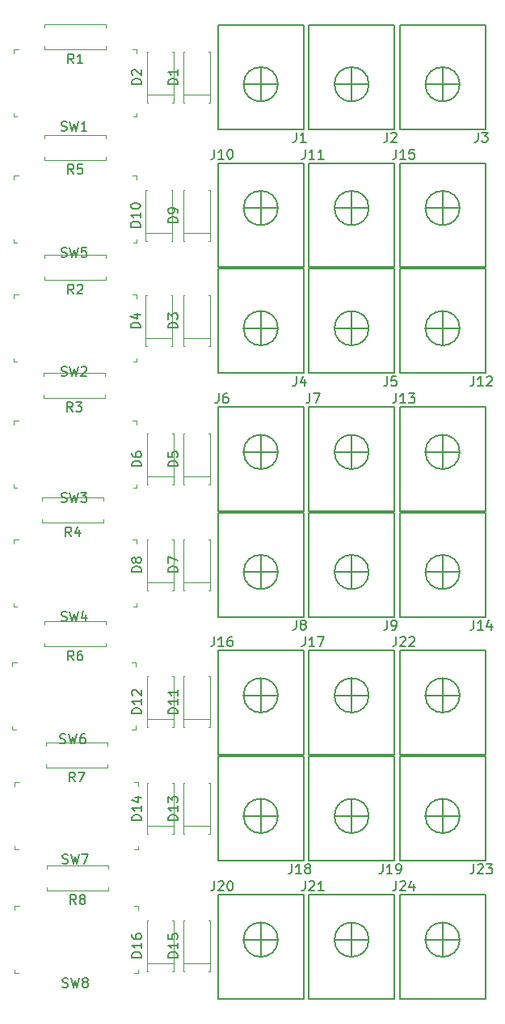
<source format=gbr>
%TF.GenerationSoftware,KiCad,Pcbnew,(5.1.6-0)*%
%TF.CreationDate,2023-01-04T15:53:52-05:00*%
%TF.ProjectId,AB MUTE,4142204d-5554-4452-9e6b-696361645f70,rev?*%
%TF.SameCoordinates,Original*%
%TF.FileFunction,Legend,Top*%
%TF.FilePolarity,Positive*%
%FSLAX46Y46*%
G04 Gerber Fmt 4.6, Leading zero omitted, Abs format (unit mm)*
G04 Created by KiCad (PCBNEW (5.1.6-0)) date 2023-01-04 15:53:52*
%MOMM*%
%LPD*%
G01*
G04 APERTURE LIST*
%ADD10C,0.100000*%
%ADD11C,0.120000*%
%ADD12C,0.150000*%
G04 APERTURE END LIST*
D10*
%TO.C,SW8*%
X136552000Y-131160000D02*
X136552000Y-130810000D01*
X136927000Y-131160000D02*
X136552000Y-131160000D01*
X149452000Y-131160000D02*
X149052000Y-131160000D01*
X149452000Y-131160000D02*
X149452000Y-130785000D01*
X149452000Y-124110000D02*
X149452000Y-124535000D01*
X149452000Y-124110000D02*
X149002000Y-124110000D01*
X136577000Y-124110000D02*
X137027000Y-124110000D01*
X136552000Y-124110000D02*
X136552000Y-124535000D01*
%TO.C,SW7*%
X136552000Y-118206000D02*
X136552000Y-117856000D01*
X136927000Y-118206000D02*
X136552000Y-118206000D01*
X149452000Y-118206000D02*
X149052000Y-118206000D01*
X149452000Y-118206000D02*
X149452000Y-117831000D01*
X149452000Y-111156000D02*
X149452000Y-111581000D01*
X149452000Y-111156000D02*
X149002000Y-111156000D01*
X136577000Y-111156000D02*
X137027000Y-111156000D01*
X136552000Y-111156000D02*
X136552000Y-111581000D01*
%TO.C,SW6*%
X136298000Y-105633000D02*
X136298000Y-105283000D01*
X136673000Y-105633000D02*
X136298000Y-105633000D01*
X149198000Y-105633000D02*
X148798000Y-105633000D01*
X149198000Y-105633000D02*
X149198000Y-105258000D01*
X149198000Y-98583000D02*
X149198000Y-99008000D01*
X149198000Y-98583000D02*
X148748000Y-98583000D01*
X136323000Y-98583000D02*
X136773000Y-98583000D01*
X136298000Y-98583000D02*
X136298000Y-99008000D01*
%TO.C,SW5*%
X136425000Y-54706000D02*
X136425000Y-54356000D01*
X136800000Y-54706000D02*
X136425000Y-54706000D01*
X149325000Y-54706000D02*
X148925000Y-54706000D01*
X149325000Y-54706000D02*
X149325000Y-54331000D01*
X149325000Y-47656000D02*
X149325000Y-48081000D01*
X149325000Y-47656000D02*
X148875000Y-47656000D01*
X136450000Y-47656000D02*
X136900000Y-47656000D01*
X136425000Y-47656000D02*
X136425000Y-48081000D01*
%TO.C,SW4*%
X136425000Y-92806000D02*
X136425000Y-92456000D01*
X136800000Y-92806000D02*
X136425000Y-92806000D01*
X149325000Y-92806000D02*
X148925000Y-92806000D01*
X149325000Y-92806000D02*
X149325000Y-92431000D01*
X149325000Y-85756000D02*
X149325000Y-86181000D01*
X149325000Y-85756000D02*
X148875000Y-85756000D01*
X136450000Y-85756000D02*
X136900000Y-85756000D01*
X136425000Y-85756000D02*
X136425000Y-86181000D01*
%TO.C,SW3*%
X136425000Y-80360000D02*
X136425000Y-80010000D01*
X136800000Y-80360000D02*
X136425000Y-80360000D01*
X149325000Y-80360000D02*
X148925000Y-80360000D01*
X149325000Y-80360000D02*
X149325000Y-79985000D01*
X149325000Y-73310000D02*
X149325000Y-73735000D01*
X149325000Y-73310000D02*
X148875000Y-73310000D01*
X136450000Y-73310000D02*
X136900000Y-73310000D01*
X136425000Y-73310000D02*
X136425000Y-73735000D01*
%TO.C,SW2*%
X136425000Y-67152000D02*
X136425000Y-66802000D01*
X136800000Y-67152000D02*
X136425000Y-67152000D01*
X149325000Y-67152000D02*
X148925000Y-67152000D01*
X149325000Y-67152000D02*
X149325000Y-66777000D01*
X149325000Y-60102000D02*
X149325000Y-60527000D01*
X149325000Y-60102000D02*
X148875000Y-60102000D01*
X136450000Y-60102000D02*
X136900000Y-60102000D01*
X136425000Y-60102000D02*
X136425000Y-60527000D01*
%TO.C,SW1*%
X136425000Y-41498000D02*
X136425000Y-41148000D01*
X136800000Y-41498000D02*
X136425000Y-41498000D01*
X149325000Y-41498000D02*
X148925000Y-41498000D01*
X149325000Y-41498000D02*
X149325000Y-41123000D01*
X149325000Y-34448000D02*
X149325000Y-34873000D01*
X149325000Y-34448000D02*
X148875000Y-34448000D01*
X136450000Y-34448000D02*
X136900000Y-34448000D01*
X136425000Y-34448000D02*
X136425000Y-34873000D01*
D11*
%TO.C,R8*%
X146339000Y-122138000D02*
X146339000Y-122468000D01*
X146339000Y-122468000D02*
X139919000Y-122468000D01*
X139919000Y-122468000D02*
X139919000Y-122138000D01*
X146339000Y-120178000D02*
X146339000Y-119848000D01*
X146339000Y-119848000D02*
X139919000Y-119848000D01*
X139919000Y-119848000D02*
X139919000Y-120178000D01*
%TO.C,R7*%
X146212000Y-109311000D02*
X146212000Y-109641000D01*
X146212000Y-109641000D02*
X139792000Y-109641000D01*
X139792000Y-109641000D02*
X139792000Y-109311000D01*
X146212000Y-107351000D02*
X146212000Y-107021000D01*
X146212000Y-107021000D02*
X139792000Y-107021000D01*
X139792000Y-107021000D02*
X139792000Y-107351000D01*
%TO.C,R6*%
X146085000Y-96611000D02*
X146085000Y-96941000D01*
X146085000Y-96941000D02*
X139665000Y-96941000D01*
X139665000Y-96941000D02*
X139665000Y-96611000D01*
X146085000Y-94651000D02*
X146085000Y-94321000D01*
X146085000Y-94321000D02*
X139665000Y-94321000D01*
X139665000Y-94321000D02*
X139665000Y-94651000D01*
%TO.C,R5*%
X146085000Y-45684000D02*
X146085000Y-46014000D01*
X146085000Y-46014000D02*
X139665000Y-46014000D01*
X139665000Y-46014000D02*
X139665000Y-45684000D01*
X146085000Y-43724000D02*
X146085000Y-43394000D01*
X146085000Y-43394000D02*
X139665000Y-43394000D01*
X139665000Y-43394000D02*
X139665000Y-43724000D01*
%TO.C,R4*%
X145831000Y-83657000D02*
X145831000Y-83987000D01*
X145831000Y-83987000D02*
X139411000Y-83987000D01*
X139411000Y-83987000D02*
X139411000Y-83657000D01*
X145831000Y-81697000D02*
X145831000Y-81367000D01*
X145831000Y-81367000D02*
X139411000Y-81367000D01*
X139411000Y-81367000D02*
X139411000Y-81697000D01*
%TO.C,R3*%
X145958000Y-70576000D02*
X145958000Y-70906000D01*
X145958000Y-70906000D02*
X139538000Y-70906000D01*
X139538000Y-70906000D02*
X139538000Y-70576000D01*
X145958000Y-68616000D02*
X145958000Y-68286000D01*
X145958000Y-68286000D02*
X139538000Y-68286000D01*
X139538000Y-68286000D02*
X139538000Y-68616000D01*
%TO.C,R2*%
X146085000Y-58257000D02*
X146085000Y-58587000D01*
X146085000Y-58587000D02*
X139665000Y-58587000D01*
X139665000Y-58587000D02*
X139665000Y-58257000D01*
X146085000Y-56297000D02*
X146085000Y-55967000D01*
X146085000Y-55967000D02*
X139665000Y-55967000D01*
X139665000Y-55967000D02*
X139665000Y-56297000D01*
%TO.C,R1*%
X146085000Y-34127000D02*
X146085000Y-34457000D01*
X146085000Y-34457000D02*
X139665000Y-34457000D01*
X139665000Y-34457000D02*
X139665000Y-34127000D01*
X146085000Y-32167000D02*
X146085000Y-31837000D01*
X146085000Y-31837000D02*
X139665000Y-31837000D01*
X139665000Y-31837000D02*
X139665000Y-32167000D01*
D12*
%TO.C,J24*%
X185856000Y-133835000D02*
X176856000Y-133835000D01*
X185856000Y-122935000D02*
X176856000Y-122935000D01*
X185856000Y-133835000D02*
X185856000Y-122935000D01*
X176856000Y-133835000D02*
X176856000Y-122935000D01*
X183156000Y-127635000D02*
G75*
G03*
X183156000Y-127635000I-1800000J0D01*
G01*
X181356000Y-129435000D02*
X181356000Y-125835000D01*
X183156000Y-127635000D02*
X179556000Y-127635000D01*
%TO.C,J23*%
X176856000Y-108481000D02*
X185856000Y-108481000D01*
X176856000Y-119381000D02*
X185856000Y-119381000D01*
X176856000Y-108481000D02*
X176856000Y-119381000D01*
X185856000Y-108481000D02*
X185856000Y-119381000D01*
X183156000Y-114681000D02*
G75*
G03*
X183156000Y-114681000I-1800000J0D01*
G01*
X181356000Y-112881000D02*
X181356000Y-116481000D01*
X179556000Y-114681000D02*
X183156000Y-114681000D01*
%TO.C,J22*%
X185856000Y-108259000D02*
X176856000Y-108259000D01*
X185856000Y-97359000D02*
X176856000Y-97359000D01*
X185856000Y-108259000D02*
X185856000Y-97359000D01*
X176856000Y-108259000D02*
X176856000Y-97359000D01*
X183156000Y-102059000D02*
G75*
G03*
X183156000Y-102059000I-1800000J0D01*
G01*
X181356000Y-103859000D02*
X181356000Y-100259000D01*
X183156000Y-102059000D02*
X179556000Y-102059000D01*
%TO.C,J21*%
X176331000Y-133835000D02*
X167331000Y-133835000D01*
X176331000Y-122935000D02*
X167331000Y-122935000D01*
X176331000Y-133835000D02*
X176331000Y-122935000D01*
X167331000Y-133835000D02*
X167331000Y-122935000D01*
X173631000Y-127635000D02*
G75*
G03*
X173631000Y-127635000I-1800000J0D01*
G01*
X171831000Y-129435000D02*
X171831000Y-125835000D01*
X173631000Y-127635000D02*
X170031000Y-127635000D01*
%TO.C,J20*%
X166806000Y-133835000D02*
X157806000Y-133835000D01*
X166806000Y-122935000D02*
X157806000Y-122935000D01*
X166806000Y-133835000D02*
X166806000Y-122935000D01*
X157806000Y-133835000D02*
X157806000Y-122935000D01*
X164106000Y-127635000D02*
G75*
G03*
X164106000Y-127635000I-1800000J0D01*
G01*
X162306000Y-129435000D02*
X162306000Y-125835000D01*
X164106000Y-127635000D02*
X160506000Y-127635000D01*
%TO.C,J19*%
X167331000Y-108481000D02*
X176331000Y-108481000D01*
X167331000Y-119381000D02*
X176331000Y-119381000D01*
X167331000Y-108481000D02*
X167331000Y-119381000D01*
X176331000Y-108481000D02*
X176331000Y-119381000D01*
X173631000Y-114681000D02*
G75*
G03*
X173631000Y-114681000I-1800000J0D01*
G01*
X171831000Y-112881000D02*
X171831000Y-116481000D01*
X170031000Y-114681000D02*
X173631000Y-114681000D01*
%TO.C,J18*%
X157806000Y-108481000D02*
X166806000Y-108481000D01*
X157806000Y-119381000D02*
X166806000Y-119381000D01*
X157806000Y-108481000D02*
X157806000Y-119381000D01*
X166806000Y-108481000D02*
X166806000Y-119381000D01*
X164106000Y-114681000D02*
G75*
G03*
X164106000Y-114681000I-1800000J0D01*
G01*
X162306000Y-112881000D02*
X162306000Y-116481000D01*
X160506000Y-114681000D02*
X164106000Y-114681000D01*
%TO.C,J17*%
X176331000Y-108259000D02*
X167331000Y-108259000D01*
X176331000Y-97359000D02*
X167331000Y-97359000D01*
X176331000Y-108259000D02*
X176331000Y-97359000D01*
X167331000Y-108259000D02*
X167331000Y-97359000D01*
X173631000Y-102059000D02*
G75*
G03*
X173631000Y-102059000I-1800000J0D01*
G01*
X171831000Y-103859000D02*
X171831000Y-100259000D01*
X173631000Y-102059000D02*
X170031000Y-102059000D01*
%TO.C,J16*%
X166806000Y-108259000D02*
X157806000Y-108259000D01*
X166806000Y-97359000D02*
X157806000Y-97359000D01*
X166806000Y-108259000D02*
X166806000Y-97359000D01*
X157806000Y-108259000D02*
X157806000Y-97359000D01*
X164106000Y-102059000D02*
G75*
G03*
X164106000Y-102059000I-1800000J0D01*
G01*
X162306000Y-103859000D02*
X162306000Y-100259000D01*
X164106000Y-102059000D02*
X160506000Y-102059000D01*
%TO.C,J15*%
X185856000Y-57254000D02*
X176856000Y-57254000D01*
X185856000Y-46354000D02*
X176856000Y-46354000D01*
X185856000Y-57254000D02*
X185856000Y-46354000D01*
X176856000Y-57254000D02*
X176856000Y-46354000D01*
X183156000Y-51054000D02*
G75*
G03*
X183156000Y-51054000I-1800000J0D01*
G01*
X181356000Y-52854000D02*
X181356000Y-49254000D01*
X183156000Y-51054000D02*
X179556000Y-51054000D01*
%TO.C,J14*%
X176856000Y-82954000D02*
X185856000Y-82954000D01*
X176856000Y-93854000D02*
X185856000Y-93854000D01*
X176856000Y-82954000D02*
X176856000Y-93854000D01*
X185856000Y-82954000D02*
X185856000Y-93854000D01*
X183156000Y-89154000D02*
G75*
G03*
X183156000Y-89154000I-1800000J0D01*
G01*
X181356000Y-87354000D02*
X181356000Y-90954000D01*
X179556000Y-89154000D02*
X183156000Y-89154000D01*
%TO.C,J13*%
X185856000Y-82781000D02*
X176856000Y-82781000D01*
X185856000Y-71881000D02*
X176856000Y-71881000D01*
X185856000Y-82781000D02*
X185856000Y-71881000D01*
X176856000Y-82781000D02*
X176856000Y-71881000D01*
X183156000Y-76581000D02*
G75*
G03*
X183156000Y-76581000I-1800000J0D01*
G01*
X181356000Y-78381000D02*
X181356000Y-74781000D01*
X183156000Y-76581000D02*
X179556000Y-76581000D01*
%TO.C,J12*%
X176856000Y-57427000D02*
X185856000Y-57427000D01*
X176856000Y-68327000D02*
X185856000Y-68327000D01*
X176856000Y-57427000D02*
X176856000Y-68327000D01*
X185856000Y-57427000D02*
X185856000Y-68327000D01*
X183156000Y-63627000D02*
G75*
G03*
X183156000Y-63627000I-1800000J0D01*
G01*
X181356000Y-61827000D02*
X181356000Y-65427000D01*
X179556000Y-63627000D02*
X183156000Y-63627000D01*
%TO.C,J11*%
X176331000Y-57254000D02*
X167331000Y-57254000D01*
X176331000Y-46354000D02*
X167331000Y-46354000D01*
X176331000Y-57254000D02*
X176331000Y-46354000D01*
X167331000Y-57254000D02*
X167331000Y-46354000D01*
X173631000Y-51054000D02*
G75*
G03*
X173631000Y-51054000I-1800000J0D01*
G01*
X171831000Y-52854000D02*
X171831000Y-49254000D01*
X173631000Y-51054000D02*
X170031000Y-51054000D01*
%TO.C,J10*%
X166806000Y-57254000D02*
X157806000Y-57254000D01*
X166806000Y-46354000D02*
X157806000Y-46354000D01*
X166806000Y-57254000D02*
X166806000Y-46354000D01*
X157806000Y-57254000D02*
X157806000Y-46354000D01*
X164106000Y-51054000D02*
G75*
G03*
X164106000Y-51054000I-1800000J0D01*
G01*
X162306000Y-52854000D02*
X162306000Y-49254000D01*
X164106000Y-51054000D02*
X160506000Y-51054000D01*
%TO.C,J9*%
X167331000Y-82954000D02*
X176331000Y-82954000D01*
X167331000Y-93854000D02*
X176331000Y-93854000D01*
X167331000Y-82954000D02*
X167331000Y-93854000D01*
X176331000Y-82954000D02*
X176331000Y-93854000D01*
X173631000Y-89154000D02*
G75*
G03*
X173631000Y-89154000I-1800000J0D01*
G01*
X171831000Y-87354000D02*
X171831000Y-90954000D01*
X170031000Y-89154000D02*
X173631000Y-89154000D01*
%TO.C,J8*%
X157806000Y-82954000D02*
X166806000Y-82954000D01*
X157806000Y-93854000D02*
X166806000Y-93854000D01*
X157806000Y-82954000D02*
X157806000Y-93854000D01*
X166806000Y-82954000D02*
X166806000Y-93854000D01*
X164106000Y-89154000D02*
G75*
G03*
X164106000Y-89154000I-1800000J0D01*
G01*
X162306000Y-87354000D02*
X162306000Y-90954000D01*
X160506000Y-89154000D02*
X164106000Y-89154000D01*
%TO.C,J7*%
X176331000Y-82781000D02*
X167331000Y-82781000D01*
X176331000Y-71881000D02*
X167331000Y-71881000D01*
X176331000Y-82781000D02*
X176331000Y-71881000D01*
X167331000Y-82781000D02*
X167331000Y-71881000D01*
X173631000Y-76581000D02*
G75*
G03*
X173631000Y-76581000I-1800000J0D01*
G01*
X171831000Y-78381000D02*
X171831000Y-74781000D01*
X173631000Y-76581000D02*
X170031000Y-76581000D01*
%TO.C,J6*%
X166806000Y-82781000D02*
X157806000Y-82781000D01*
X166806000Y-71881000D02*
X157806000Y-71881000D01*
X166806000Y-82781000D02*
X166806000Y-71881000D01*
X157806000Y-82781000D02*
X157806000Y-71881000D01*
X164106000Y-76581000D02*
G75*
G03*
X164106000Y-76581000I-1800000J0D01*
G01*
X162306000Y-78381000D02*
X162306000Y-74781000D01*
X164106000Y-76581000D02*
X160506000Y-76581000D01*
%TO.C,J5*%
X167331000Y-57427000D02*
X176331000Y-57427000D01*
X167331000Y-68327000D02*
X176331000Y-68327000D01*
X167331000Y-57427000D02*
X167331000Y-68327000D01*
X176331000Y-57427000D02*
X176331000Y-68327000D01*
X173631000Y-63627000D02*
G75*
G03*
X173631000Y-63627000I-1800000J0D01*
G01*
X171831000Y-61827000D02*
X171831000Y-65427000D01*
X170031000Y-63627000D02*
X173631000Y-63627000D01*
%TO.C,J4*%
X157806000Y-57427000D02*
X166806000Y-57427000D01*
X157806000Y-68327000D02*
X166806000Y-68327000D01*
X157806000Y-57427000D02*
X157806000Y-68327000D01*
X166806000Y-57427000D02*
X166806000Y-68327000D01*
X164106000Y-63627000D02*
G75*
G03*
X164106000Y-63627000I-1800000J0D01*
G01*
X162306000Y-61827000D02*
X162306000Y-65427000D01*
X160506000Y-63627000D02*
X164106000Y-63627000D01*
%TO.C,J3*%
X176856000Y-31900000D02*
X185856000Y-31900000D01*
X176856000Y-42800000D02*
X185856000Y-42800000D01*
X176856000Y-31900000D02*
X176856000Y-42800000D01*
X185856000Y-31900000D02*
X185856000Y-42800000D01*
X183156000Y-38100000D02*
G75*
G03*
X183156000Y-38100000I-1800000J0D01*
G01*
X181356000Y-36300000D02*
X181356000Y-39900000D01*
X179556000Y-38100000D02*
X183156000Y-38100000D01*
%TO.C,J2*%
X167331000Y-31900000D02*
X176331000Y-31900000D01*
X167331000Y-42800000D02*
X176331000Y-42800000D01*
X167331000Y-31900000D02*
X167331000Y-42800000D01*
X176331000Y-31900000D02*
X176331000Y-42800000D01*
X173631000Y-38100000D02*
G75*
G03*
X173631000Y-38100000I-1800000J0D01*
G01*
X171831000Y-36300000D02*
X171831000Y-39900000D01*
X170031000Y-38100000D02*
X173631000Y-38100000D01*
%TO.C,J1*%
X157806000Y-31900000D02*
X166806000Y-31900000D01*
X157806000Y-42800000D02*
X166806000Y-42800000D01*
X157806000Y-31900000D02*
X157806000Y-42800000D01*
X166806000Y-31900000D02*
X166806000Y-42800000D01*
X164106000Y-38100000D02*
G75*
G03*
X164106000Y-38100000I-1800000J0D01*
G01*
X162306000Y-36300000D02*
X162306000Y-39900000D01*
X160506000Y-38100000D02*
X164106000Y-38100000D01*
D11*
%TO.C,D16*%
X150485000Y-130930000D02*
X150355000Y-130930000D01*
X150355000Y-130930000D02*
X150355000Y-125610000D01*
X150355000Y-125610000D02*
X150485000Y-125610000D01*
X153045000Y-130930000D02*
X153175000Y-130930000D01*
X153175000Y-130930000D02*
X153175000Y-125610000D01*
X153175000Y-125610000D02*
X153045000Y-125610000D01*
X150355000Y-130090000D02*
X153175000Y-130090000D01*
%TO.C,D15*%
X154295000Y-130930000D02*
X154165000Y-130930000D01*
X154165000Y-130930000D02*
X154165000Y-125610000D01*
X154165000Y-125610000D02*
X154295000Y-125610000D01*
X156855000Y-130930000D02*
X156985000Y-130930000D01*
X156985000Y-130930000D02*
X156985000Y-125610000D01*
X156985000Y-125610000D02*
X156855000Y-125610000D01*
X154165000Y-130090000D02*
X156985000Y-130090000D01*
%TO.C,D14*%
X150485000Y-116579000D02*
X150355000Y-116579000D01*
X150355000Y-116579000D02*
X150355000Y-111259000D01*
X150355000Y-111259000D02*
X150485000Y-111259000D01*
X153045000Y-116579000D02*
X153175000Y-116579000D01*
X153175000Y-116579000D02*
X153175000Y-111259000D01*
X153175000Y-111259000D02*
X153045000Y-111259000D01*
X150355000Y-115739000D02*
X153175000Y-115739000D01*
%TO.C,D13*%
X154295000Y-116579000D02*
X154165000Y-116579000D01*
X154165000Y-116579000D02*
X154165000Y-111259000D01*
X154165000Y-111259000D02*
X154295000Y-111259000D01*
X156855000Y-116579000D02*
X156985000Y-116579000D01*
X156985000Y-116579000D02*
X156985000Y-111259000D01*
X156985000Y-111259000D02*
X156855000Y-111259000D01*
X154165000Y-115739000D02*
X156985000Y-115739000D01*
%TO.C,D12*%
X150485000Y-105403000D02*
X150355000Y-105403000D01*
X150355000Y-105403000D02*
X150355000Y-100083000D01*
X150355000Y-100083000D02*
X150485000Y-100083000D01*
X153045000Y-105403000D02*
X153175000Y-105403000D01*
X153175000Y-105403000D02*
X153175000Y-100083000D01*
X153175000Y-100083000D02*
X153045000Y-100083000D01*
X150355000Y-104563000D02*
X153175000Y-104563000D01*
%TO.C,D11*%
X154295000Y-105403000D02*
X154165000Y-105403000D01*
X154165000Y-105403000D02*
X154165000Y-100083000D01*
X154165000Y-100083000D02*
X154295000Y-100083000D01*
X156855000Y-105403000D02*
X156985000Y-105403000D01*
X156985000Y-105403000D02*
X156985000Y-100083000D01*
X156985000Y-100083000D02*
X156855000Y-100083000D01*
X154165000Y-104563000D02*
X156985000Y-104563000D01*
%TO.C,D10*%
X150358000Y-54476000D02*
X150228000Y-54476000D01*
X150228000Y-54476000D02*
X150228000Y-49156000D01*
X150228000Y-49156000D02*
X150358000Y-49156000D01*
X152918000Y-54476000D02*
X153048000Y-54476000D01*
X153048000Y-54476000D02*
X153048000Y-49156000D01*
X153048000Y-49156000D02*
X152918000Y-49156000D01*
X150228000Y-53636000D02*
X153048000Y-53636000D01*
%TO.C,D9*%
X154295000Y-54476000D02*
X154165000Y-54476000D01*
X154165000Y-54476000D02*
X154165000Y-49156000D01*
X154165000Y-49156000D02*
X154295000Y-49156000D01*
X156855000Y-54476000D02*
X156985000Y-54476000D01*
X156985000Y-54476000D02*
X156985000Y-49156000D01*
X156985000Y-49156000D02*
X156855000Y-49156000D01*
X154165000Y-53636000D02*
X156985000Y-53636000D01*
%TO.C,D8*%
X150485000Y-91052000D02*
X150355000Y-91052000D01*
X150355000Y-91052000D02*
X150355000Y-85732000D01*
X150355000Y-85732000D02*
X150485000Y-85732000D01*
X153045000Y-91052000D02*
X153175000Y-91052000D01*
X153175000Y-91052000D02*
X153175000Y-85732000D01*
X153175000Y-85732000D02*
X153045000Y-85732000D01*
X150355000Y-90212000D02*
X153175000Y-90212000D01*
%TO.C,D7*%
X154295000Y-91052000D02*
X154165000Y-91052000D01*
X154165000Y-91052000D02*
X154165000Y-85732000D01*
X154165000Y-85732000D02*
X154295000Y-85732000D01*
X156855000Y-91052000D02*
X156985000Y-91052000D01*
X156985000Y-91052000D02*
X156985000Y-85732000D01*
X156985000Y-85732000D02*
X156855000Y-85732000D01*
X154165000Y-90212000D02*
X156985000Y-90212000D01*
%TO.C,D6*%
X150485000Y-80003000D02*
X150355000Y-80003000D01*
X150355000Y-80003000D02*
X150355000Y-74683000D01*
X150355000Y-74683000D02*
X150485000Y-74683000D01*
X153045000Y-80003000D02*
X153175000Y-80003000D01*
X153175000Y-80003000D02*
X153175000Y-74683000D01*
X153175000Y-74683000D02*
X153045000Y-74683000D01*
X150355000Y-79163000D02*
X153175000Y-79163000D01*
%TO.C,D5*%
X154295000Y-80003000D02*
X154165000Y-80003000D01*
X154165000Y-80003000D02*
X154165000Y-74683000D01*
X154165000Y-74683000D02*
X154295000Y-74683000D01*
X156855000Y-80003000D02*
X156985000Y-80003000D01*
X156985000Y-80003000D02*
X156985000Y-74683000D01*
X156985000Y-74683000D02*
X156855000Y-74683000D01*
X154165000Y-79163000D02*
X156985000Y-79163000D01*
%TO.C,D4*%
X150358000Y-65525000D02*
X150228000Y-65525000D01*
X150228000Y-65525000D02*
X150228000Y-60205000D01*
X150228000Y-60205000D02*
X150358000Y-60205000D01*
X152918000Y-65525000D02*
X153048000Y-65525000D01*
X153048000Y-65525000D02*
X153048000Y-60205000D01*
X153048000Y-60205000D02*
X152918000Y-60205000D01*
X150228000Y-64685000D02*
X153048000Y-64685000D01*
%TO.C,D3*%
X154295000Y-65525000D02*
X154165000Y-65525000D01*
X154165000Y-65525000D02*
X154165000Y-60205000D01*
X154165000Y-60205000D02*
X154295000Y-60205000D01*
X156855000Y-65525000D02*
X156985000Y-65525000D01*
X156985000Y-65525000D02*
X156985000Y-60205000D01*
X156985000Y-60205000D02*
X156855000Y-60205000D01*
X154165000Y-64685000D02*
X156985000Y-64685000D01*
%TO.C,D2*%
X150485000Y-39998000D02*
X150355000Y-39998000D01*
X150355000Y-39998000D02*
X150355000Y-34678000D01*
X150355000Y-34678000D02*
X150485000Y-34678000D01*
X153045000Y-39998000D02*
X153175000Y-39998000D01*
X153175000Y-39998000D02*
X153175000Y-34678000D01*
X153175000Y-34678000D02*
X153045000Y-34678000D01*
X150355000Y-39158000D02*
X153175000Y-39158000D01*
%TO.C,D1*%
X154295000Y-39998000D02*
X154165000Y-39998000D01*
X154165000Y-39998000D02*
X154165000Y-34678000D01*
X154165000Y-34678000D02*
X154295000Y-34678000D01*
X156855000Y-39998000D02*
X156985000Y-39998000D01*
X156985000Y-39998000D02*
X156985000Y-34678000D01*
X156985000Y-34678000D02*
X156855000Y-34678000D01*
X154165000Y-39158000D02*
X156985000Y-39158000D01*
%TO.C,SW8*%
D12*
X141528666Y-132589761D02*
X141671523Y-132637380D01*
X141909619Y-132637380D01*
X142004857Y-132589761D01*
X142052476Y-132542142D01*
X142100095Y-132446904D01*
X142100095Y-132351666D01*
X142052476Y-132256428D01*
X142004857Y-132208809D01*
X141909619Y-132161190D01*
X141719142Y-132113571D01*
X141623904Y-132065952D01*
X141576285Y-132018333D01*
X141528666Y-131923095D01*
X141528666Y-131827857D01*
X141576285Y-131732619D01*
X141623904Y-131685000D01*
X141719142Y-131637380D01*
X141957238Y-131637380D01*
X142100095Y-131685000D01*
X142433428Y-131637380D02*
X142671523Y-132637380D01*
X142862000Y-131923095D01*
X143052476Y-132637380D01*
X143290571Y-131637380D01*
X143814380Y-132065952D02*
X143719142Y-132018333D01*
X143671523Y-131970714D01*
X143623904Y-131875476D01*
X143623904Y-131827857D01*
X143671523Y-131732619D01*
X143719142Y-131685000D01*
X143814380Y-131637380D01*
X144004857Y-131637380D01*
X144100095Y-131685000D01*
X144147714Y-131732619D01*
X144195333Y-131827857D01*
X144195333Y-131875476D01*
X144147714Y-131970714D01*
X144100095Y-132018333D01*
X144004857Y-132065952D01*
X143814380Y-132065952D01*
X143719142Y-132113571D01*
X143671523Y-132161190D01*
X143623904Y-132256428D01*
X143623904Y-132446904D01*
X143671523Y-132542142D01*
X143719142Y-132589761D01*
X143814380Y-132637380D01*
X144004857Y-132637380D01*
X144100095Y-132589761D01*
X144147714Y-132542142D01*
X144195333Y-132446904D01*
X144195333Y-132256428D01*
X144147714Y-132161190D01*
X144100095Y-132113571D01*
X144004857Y-132065952D01*
%TO.C,SW7*%
X141528666Y-119635761D02*
X141671523Y-119683380D01*
X141909619Y-119683380D01*
X142004857Y-119635761D01*
X142052476Y-119588142D01*
X142100095Y-119492904D01*
X142100095Y-119397666D01*
X142052476Y-119302428D01*
X142004857Y-119254809D01*
X141909619Y-119207190D01*
X141719142Y-119159571D01*
X141623904Y-119111952D01*
X141576285Y-119064333D01*
X141528666Y-118969095D01*
X141528666Y-118873857D01*
X141576285Y-118778619D01*
X141623904Y-118731000D01*
X141719142Y-118683380D01*
X141957238Y-118683380D01*
X142100095Y-118731000D01*
X142433428Y-118683380D02*
X142671523Y-119683380D01*
X142862000Y-118969095D01*
X143052476Y-119683380D01*
X143290571Y-118683380D01*
X143576285Y-118683380D02*
X144242952Y-118683380D01*
X143814380Y-119683380D01*
%TO.C,SW6*%
X141274666Y-107062761D02*
X141417523Y-107110380D01*
X141655619Y-107110380D01*
X141750857Y-107062761D01*
X141798476Y-107015142D01*
X141846095Y-106919904D01*
X141846095Y-106824666D01*
X141798476Y-106729428D01*
X141750857Y-106681809D01*
X141655619Y-106634190D01*
X141465142Y-106586571D01*
X141369904Y-106538952D01*
X141322285Y-106491333D01*
X141274666Y-106396095D01*
X141274666Y-106300857D01*
X141322285Y-106205619D01*
X141369904Y-106158000D01*
X141465142Y-106110380D01*
X141703238Y-106110380D01*
X141846095Y-106158000D01*
X142179428Y-106110380D02*
X142417523Y-107110380D01*
X142608000Y-106396095D01*
X142798476Y-107110380D01*
X143036571Y-106110380D01*
X143846095Y-106110380D02*
X143655619Y-106110380D01*
X143560380Y-106158000D01*
X143512761Y-106205619D01*
X143417523Y-106348476D01*
X143369904Y-106538952D01*
X143369904Y-106919904D01*
X143417523Y-107015142D01*
X143465142Y-107062761D01*
X143560380Y-107110380D01*
X143750857Y-107110380D01*
X143846095Y-107062761D01*
X143893714Y-107015142D01*
X143941333Y-106919904D01*
X143941333Y-106681809D01*
X143893714Y-106586571D01*
X143846095Y-106538952D01*
X143750857Y-106491333D01*
X143560380Y-106491333D01*
X143465142Y-106538952D01*
X143417523Y-106586571D01*
X143369904Y-106681809D01*
%TO.C,SW5*%
X141401666Y-56135761D02*
X141544523Y-56183380D01*
X141782619Y-56183380D01*
X141877857Y-56135761D01*
X141925476Y-56088142D01*
X141973095Y-55992904D01*
X141973095Y-55897666D01*
X141925476Y-55802428D01*
X141877857Y-55754809D01*
X141782619Y-55707190D01*
X141592142Y-55659571D01*
X141496904Y-55611952D01*
X141449285Y-55564333D01*
X141401666Y-55469095D01*
X141401666Y-55373857D01*
X141449285Y-55278619D01*
X141496904Y-55231000D01*
X141592142Y-55183380D01*
X141830238Y-55183380D01*
X141973095Y-55231000D01*
X142306428Y-55183380D02*
X142544523Y-56183380D01*
X142735000Y-55469095D01*
X142925476Y-56183380D01*
X143163571Y-55183380D01*
X144020714Y-55183380D02*
X143544523Y-55183380D01*
X143496904Y-55659571D01*
X143544523Y-55611952D01*
X143639761Y-55564333D01*
X143877857Y-55564333D01*
X143973095Y-55611952D01*
X144020714Y-55659571D01*
X144068333Y-55754809D01*
X144068333Y-55992904D01*
X144020714Y-56088142D01*
X143973095Y-56135761D01*
X143877857Y-56183380D01*
X143639761Y-56183380D01*
X143544523Y-56135761D01*
X143496904Y-56088142D01*
%TO.C,SW4*%
X141401666Y-94235761D02*
X141544523Y-94283380D01*
X141782619Y-94283380D01*
X141877857Y-94235761D01*
X141925476Y-94188142D01*
X141973095Y-94092904D01*
X141973095Y-93997666D01*
X141925476Y-93902428D01*
X141877857Y-93854809D01*
X141782619Y-93807190D01*
X141592142Y-93759571D01*
X141496904Y-93711952D01*
X141449285Y-93664333D01*
X141401666Y-93569095D01*
X141401666Y-93473857D01*
X141449285Y-93378619D01*
X141496904Y-93331000D01*
X141592142Y-93283380D01*
X141830238Y-93283380D01*
X141973095Y-93331000D01*
X142306428Y-93283380D02*
X142544523Y-94283380D01*
X142735000Y-93569095D01*
X142925476Y-94283380D01*
X143163571Y-93283380D01*
X143973095Y-93616714D02*
X143973095Y-94283380D01*
X143735000Y-93235761D02*
X143496904Y-93950047D01*
X144115952Y-93950047D01*
%TO.C,SW3*%
X141401666Y-81789761D02*
X141544523Y-81837380D01*
X141782619Y-81837380D01*
X141877857Y-81789761D01*
X141925476Y-81742142D01*
X141973095Y-81646904D01*
X141973095Y-81551666D01*
X141925476Y-81456428D01*
X141877857Y-81408809D01*
X141782619Y-81361190D01*
X141592142Y-81313571D01*
X141496904Y-81265952D01*
X141449285Y-81218333D01*
X141401666Y-81123095D01*
X141401666Y-81027857D01*
X141449285Y-80932619D01*
X141496904Y-80885000D01*
X141592142Y-80837380D01*
X141830238Y-80837380D01*
X141973095Y-80885000D01*
X142306428Y-80837380D02*
X142544523Y-81837380D01*
X142735000Y-81123095D01*
X142925476Y-81837380D01*
X143163571Y-80837380D01*
X143449285Y-80837380D02*
X144068333Y-80837380D01*
X143735000Y-81218333D01*
X143877857Y-81218333D01*
X143973095Y-81265952D01*
X144020714Y-81313571D01*
X144068333Y-81408809D01*
X144068333Y-81646904D01*
X144020714Y-81742142D01*
X143973095Y-81789761D01*
X143877857Y-81837380D01*
X143592142Y-81837380D01*
X143496904Y-81789761D01*
X143449285Y-81742142D01*
%TO.C,SW2*%
X141401666Y-68581761D02*
X141544523Y-68629380D01*
X141782619Y-68629380D01*
X141877857Y-68581761D01*
X141925476Y-68534142D01*
X141973095Y-68438904D01*
X141973095Y-68343666D01*
X141925476Y-68248428D01*
X141877857Y-68200809D01*
X141782619Y-68153190D01*
X141592142Y-68105571D01*
X141496904Y-68057952D01*
X141449285Y-68010333D01*
X141401666Y-67915095D01*
X141401666Y-67819857D01*
X141449285Y-67724619D01*
X141496904Y-67677000D01*
X141592142Y-67629380D01*
X141830238Y-67629380D01*
X141973095Y-67677000D01*
X142306428Y-67629380D02*
X142544523Y-68629380D01*
X142735000Y-67915095D01*
X142925476Y-68629380D01*
X143163571Y-67629380D01*
X143496904Y-67724619D02*
X143544523Y-67677000D01*
X143639761Y-67629380D01*
X143877857Y-67629380D01*
X143973095Y-67677000D01*
X144020714Y-67724619D01*
X144068333Y-67819857D01*
X144068333Y-67915095D01*
X144020714Y-68057952D01*
X143449285Y-68629380D01*
X144068333Y-68629380D01*
%TO.C,SW1*%
X141401666Y-42927761D02*
X141544523Y-42975380D01*
X141782619Y-42975380D01*
X141877857Y-42927761D01*
X141925476Y-42880142D01*
X141973095Y-42784904D01*
X141973095Y-42689666D01*
X141925476Y-42594428D01*
X141877857Y-42546809D01*
X141782619Y-42499190D01*
X141592142Y-42451571D01*
X141496904Y-42403952D01*
X141449285Y-42356333D01*
X141401666Y-42261095D01*
X141401666Y-42165857D01*
X141449285Y-42070619D01*
X141496904Y-42023000D01*
X141592142Y-41975380D01*
X141830238Y-41975380D01*
X141973095Y-42023000D01*
X142306428Y-41975380D02*
X142544523Y-42975380D01*
X142735000Y-42261095D01*
X142925476Y-42975380D01*
X143163571Y-41975380D01*
X144068333Y-42975380D02*
X143496904Y-42975380D01*
X143782619Y-42975380D02*
X143782619Y-41975380D01*
X143687380Y-42118238D01*
X143592142Y-42213476D01*
X143496904Y-42261095D01*
%TO.C,R8*%
X142962333Y-123920380D02*
X142629000Y-123444190D01*
X142390904Y-123920380D02*
X142390904Y-122920380D01*
X142771857Y-122920380D01*
X142867095Y-122968000D01*
X142914714Y-123015619D01*
X142962333Y-123110857D01*
X142962333Y-123253714D01*
X142914714Y-123348952D01*
X142867095Y-123396571D01*
X142771857Y-123444190D01*
X142390904Y-123444190D01*
X143533761Y-123348952D02*
X143438523Y-123301333D01*
X143390904Y-123253714D01*
X143343285Y-123158476D01*
X143343285Y-123110857D01*
X143390904Y-123015619D01*
X143438523Y-122968000D01*
X143533761Y-122920380D01*
X143724238Y-122920380D01*
X143819476Y-122968000D01*
X143867095Y-123015619D01*
X143914714Y-123110857D01*
X143914714Y-123158476D01*
X143867095Y-123253714D01*
X143819476Y-123301333D01*
X143724238Y-123348952D01*
X143533761Y-123348952D01*
X143438523Y-123396571D01*
X143390904Y-123444190D01*
X143343285Y-123539428D01*
X143343285Y-123729904D01*
X143390904Y-123825142D01*
X143438523Y-123872761D01*
X143533761Y-123920380D01*
X143724238Y-123920380D01*
X143819476Y-123872761D01*
X143867095Y-123825142D01*
X143914714Y-123729904D01*
X143914714Y-123539428D01*
X143867095Y-123444190D01*
X143819476Y-123396571D01*
X143724238Y-123348952D01*
%TO.C,R7*%
X142835333Y-111093380D02*
X142502000Y-110617190D01*
X142263904Y-111093380D02*
X142263904Y-110093380D01*
X142644857Y-110093380D01*
X142740095Y-110141000D01*
X142787714Y-110188619D01*
X142835333Y-110283857D01*
X142835333Y-110426714D01*
X142787714Y-110521952D01*
X142740095Y-110569571D01*
X142644857Y-110617190D01*
X142263904Y-110617190D01*
X143168666Y-110093380D02*
X143835333Y-110093380D01*
X143406761Y-111093380D01*
%TO.C,R6*%
X142708333Y-98393380D02*
X142375000Y-97917190D01*
X142136904Y-98393380D02*
X142136904Y-97393380D01*
X142517857Y-97393380D01*
X142613095Y-97441000D01*
X142660714Y-97488619D01*
X142708333Y-97583857D01*
X142708333Y-97726714D01*
X142660714Y-97821952D01*
X142613095Y-97869571D01*
X142517857Y-97917190D01*
X142136904Y-97917190D01*
X143565476Y-97393380D02*
X143375000Y-97393380D01*
X143279761Y-97441000D01*
X143232142Y-97488619D01*
X143136904Y-97631476D01*
X143089285Y-97821952D01*
X143089285Y-98202904D01*
X143136904Y-98298142D01*
X143184523Y-98345761D01*
X143279761Y-98393380D01*
X143470238Y-98393380D01*
X143565476Y-98345761D01*
X143613095Y-98298142D01*
X143660714Y-98202904D01*
X143660714Y-97964809D01*
X143613095Y-97869571D01*
X143565476Y-97821952D01*
X143470238Y-97774333D01*
X143279761Y-97774333D01*
X143184523Y-97821952D01*
X143136904Y-97869571D01*
X143089285Y-97964809D01*
%TO.C,R5*%
X142708333Y-47466380D02*
X142375000Y-46990190D01*
X142136904Y-47466380D02*
X142136904Y-46466380D01*
X142517857Y-46466380D01*
X142613095Y-46514000D01*
X142660714Y-46561619D01*
X142708333Y-46656857D01*
X142708333Y-46799714D01*
X142660714Y-46894952D01*
X142613095Y-46942571D01*
X142517857Y-46990190D01*
X142136904Y-46990190D01*
X143613095Y-46466380D02*
X143136904Y-46466380D01*
X143089285Y-46942571D01*
X143136904Y-46894952D01*
X143232142Y-46847333D01*
X143470238Y-46847333D01*
X143565476Y-46894952D01*
X143613095Y-46942571D01*
X143660714Y-47037809D01*
X143660714Y-47275904D01*
X143613095Y-47371142D01*
X143565476Y-47418761D01*
X143470238Y-47466380D01*
X143232142Y-47466380D01*
X143136904Y-47418761D01*
X143089285Y-47371142D01*
%TO.C,R4*%
X142454333Y-85439380D02*
X142121000Y-84963190D01*
X141882904Y-85439380D02*
X141882904Y-84439380D01*
X142263857Y-84439380D01*
X142359095Y-84487000D01*
X142406714Y-84534619D01*
X142454333Y-84629857D01*
X142454333Y-84772714D01*
X142406714Y-84867952D01*
X142359095Y-84915571D01*
X142263857Y-84963190D01*
X141882904Y-84963190D01*
X143311476Y-84772714D02*
X143311476Y-85439380D01*
X143073380Y-84391761D02*
X142835285Y-85106047D01*
X143454333Y-85106047D01*
%TO.C,R3*%
X142581333Y-72358380D02*
X142248000Y-71882190D01*
X142009904Y-72358380D02*
X142009904Y-71358380D01*
X142390857Y-71358380D01*
X142486095Y-71406000D01*
X142533714Y-71453619D01*
X142581333Y-71548857D01*
X142581333Y-71691714D01*
X142533714Y-71786952D01*
X142486095Y-71834571D01*
X142390857Y-71882190D01*
X142009904Y-71882190D01*
X142914666Y-71358380D02*
X143533714Y-71358380D01*
X143200380Y-71739333D01*
X143343238Y-71739333D01*
X143438476Y-71786952D01*
X143486095Y-71834571D01*
X143533714Y-71929809D01*
X143533714Y-72167904D01*
X143486095Y-72263142D01*
X143438476Y-72310761D01*
X143343238Y-72358380D01*
X143057523Y-72358380D01*
X142962285Y-72310761D01*
X142914666Y-72263142D01*
%TO.C,R2*%
X142708333Y-60039380D02*
X142375000Y-59563190D01*
X142136904Y-60039380D02*
X142136904Y-59039380D01*
X142517857Y-59039380D01*
X142613095Y-59087000D01*
X142660714Y-59134619D01*
X142708333Y-59229857D01*
X142708333Y-59372714D01*
X142660714Y-59467952D01*
X142613095Y-59515571D01*
X142517857Y-59563190D01*
X142136904Y-59563190D01*
X143089285Y-59134619D02*
X143136904Y-59087000D01*
X143232142Y-59039380D01*
X143470238Y-59039380D01*
X143565476Y-59087000D01*
X143613095Y-59134619D01*
X143660714Y-59229857D01*
X143660714Y-59325095D01*
X143613095Y-59467952D01*
X143041666Y-60039380D01*
X143660714Y-60039380D01*
%TO.C,R1*%
X142708333Y-35909380D02*
X142375000Y-35433190D01*
X142136904Y-35909380D02*
X142136904Y-34909380D01*
X142517857Y-34909380D01*
X142613095Y-34957000D01*
X142660714Y-35004619D01*
X142708333Y-35099857D01*
X142708333Y-35242714D01*
X142660714Y-35337952D01*
X142613095Y-35385571D01*
X142517857Y-35433190D01*
X142136904Y-35433190D01*
X143660714Y-35909380D02*
X143089285Y-35909380D01*
X143375000Y-35909380D02*
X143375000Y-34909380D01*
X143279761Y-35052238D01*
X143184523Y-35147476D01*
X143089285Y-35195095D01*
%TO.C,J24*%
X176482476Y-121499380D02*
X176482476Y-122213666D01*
X176434857Y-122356523D01*
X176339619Y-122451761D01*
X176196761Y-122499380D01*
X176101523Y-122499380D01*
X176911047Y-121594619D02*
X176958666Y-121547000D01*
X177053904Y-121499380D01*
X177292000Y-121499380D01*
X177387238Y-121547000D01*
X177434857Y-121594619D01*
X177482476Y-121689857D01*
X177482476Y-121785095D01*
X177434857Y-121927952D01*
X176863428Y-122499380D01*
X177482476Y-122499380D01*
X178339619Y-121832714D02*
X178339619Y-122499380D01*
X178101523Y-121451761D02*
X177863428Y-122166047D01*
X178482476Y-122166047D01*
%TO.C,J23*%
X184610476Y-119721380D02*
X184610476Y-120435666D01*
X184562857Y-120578523D01*
X184467619Y-120673761D01*
X184324761Y-120721380D01*
X184229523Y-120721380D01*
X185039047Y-119816619D02*
X185086666Y-119769000D01*
X185181904Y-119721380D01*
X185420000Y-119721380D01*
X185515238Y-119769000D01*
X185562857Y-119816619D01*
X185610476Y-119911857D01*
X185610476Y-120007095D01*
X185562857Y-120149952D01*
X184991428Y-120721380D01*
X185610476Y-120721380D01*
X185943809Y-119721380D02*
X186562857Y-119721380D01*
X186229523Y-120102333D01*
X186372380Y-120102333D01*
X186467619Y-120149952D01*
X186515238Y-120197571D01*
X186562857Y-120292809D01*
X186562857Y-120530904D01*
X186515238Y-120626142D01*
X186467619Y-120673761D01*
X186372380Y-120721380D01*
X186086666Y-120721380D01*
X185991428Y-120673761D01*
X185943809Y-120626142D01*
%TO.C,J22*%
X176482476Y-95923380D02*
X176482476Y-96637666D01*
X176434857Y-96780523D01*
X176339619Y-96875761D01*
X176196761Y-96923380D01*
X176101523Y-96923380D01*
X176911047Y-96018619D02*
X176958666Y-95971000D01*
X177053904Y-95923380D01*
X177292000Y-95923380D01*
X177387238Y-95971000D01*
X177434857Y-96018619D01*
X177482476Y-96113857D01*
X177482476Y-96209095D01*
X177434857Y-96351952D01*
X176863428Y-96923380D01*
X177482476Y-96923380D01*
X177863428Y-96018619D02*
X177911047Y-95971000D01*
X178006285Y-95923380D01*
X178244380Y-95923380D01*
X178339619Y-95971000D01*
X178387238Y-96018619D01*
X178434857Y-96113857D01*
X178434857Y-96209095D01*
X178387238Y-96351952D01*
X177815809Y-96923380D01*
X178434857Y-96923380D01*
%TO.C,J21*%
X166957476Y-121499380D02*
X166957476Y-122213666D01*
X166909857Y-122356523D01*
X166814619Y-122451761D01*
X166671761Y-122499380D01*
X166576523Y-122499380D01*
X167386047Y-121594619D02*
X167433666Y-121547000D01*
X167528904Y-121499380D01*
X167767000Y-121499380D01*
X167862238Y-121547000D01*
X167909857Y-121594619D01*
X167957476Y-121689857D01*
X167957476Y-121785095D01*
X167909857Y-121927952D01*
X167338428Y-122499380D01*
X167957476Y-122499380D01*
X168909857Y-122499380D02*
X168338428Y-122499380D01*
X168624142Y-122499380D02*
X168624142Y-121499380D01*
X168528904Y-121642238D01*
X168433666Y-121737476D01*
X168338428Y-121785095D01*
%TO.C,J20*%
X157432476Y-121499380D02*
X157432476Y-122213666D01*
X157384857Y-122356523D01*
X157289619Y-122451761D01*
X157146761Y-122499380D01*
X157051523Y-122499380D01*
X157861047Y-121594619D02*
X157908666Y-121547000D01*
X158003904Y-121499380D01*
X158242000Y-121499380D01*
X158337238Y-121547000D01*
X158384857Y-121594619D01*
X158432476Y-121689857D01*
X158432476Y-121785095D01*
X158384857Y-121927952D01*
X157813428Y-122499380D01*
X158432476Y-122499380D01*
X159051523Y-121499380D02*
X159146761Y-121499380D01*
X159242000Y-121547000D01*
X159289619Y-121594619D01*
X159337238Y-121689857D01*
X159384857Y-121880333D01*
X159384857Y-122118428D01*
X159337238Y-122308904D01*
X159289619Y-122404142D01*
X159242000Y-122451761D01*
X159146761Y-122499380D01*
X159051523Y-122499380D01*
X158956285Y-122451761D01*
X158908666Y-122404142D01*
X158861047Y-122308904D01*
X158813428Y-122118428D01*
X158813428Y-121880333D01*
X158861047Y-121689857D01*
X158908666Y-121594619D01*
X158956285Y-121547000D01*
X159051523Y-121499380D01*
%TO.C,J19*%
X175085476Y-119721380D02*
X175085476Y-120435666D01*
X175037857Y-120578523D01*
X174942619Y-120673761D01*
X174799761Y-120721380D01*
X174704523Y-120721380D01*
X176085476Y-120721380D02*
X175514047Y-120721380D01*
X175799761Y-120721380D02*
X175799761Y-119721380D01*
X175704523Y-119864238D01*
X175609285Y-119959476D01*
X175514047Y-120007095D01*
X176561666Y-120721380D02*
X176752142Y-120721380D01*
X176847380Y-120673761D01*
X176895000Y-120626142D01*
X176990238Y-120483285D01*
X177037857Y-120292809D01*
X177037857Y-119911857D01*
X176990238Y-119816619D01*
X176942619Y-119769000D01*
X176847380Y-119721380D01*
X176656904Y-119721380D01*
X176561666Y-119769000D01*
X176514047Y-119816619D01*
X176466428Y-119911857D01*
X176466428Y-120149952D01*
X176514047Y-120245190D01*
X176561666Y-120292809D01*
X176656904Y-120340428D01*
X176847380Y-120340428D01*
X176942619Y-120292809D01*
X176990238Y-120245190D01*
X177037857Y-120149952D01*
%TO.C,J18*%
X165560476Y-119721380D02*
X165560476Y-120435666D01*
X165512857Y-120578523D01*
X165417619Y-120673761D01*
X165274761Y-120721380D01*
X165179523Y-120721380D01*
X166560476Y-120721380D02*
X165989047Y-120721380D01*
X166274761Y-120721380D02*
X166274761Y-119721380D01*
X166179523Y-119864238D01*
X166084285Y-119959476D01*
X165989047Y-120007095D01*
X167131904Y-120149952D02*
X167036666Y-120102333D01*
X166989047Y-120054714D01*
X166941428Y-119959476D01*
X166941428Y-119911857D01*
X166989047Y-119816619D01*
X167036666Y-119769000D01*
X167131904Y-119721380D01*
X167322380Y-119721380D01*
X167417619Y-119769000D01*
X167465238Y-119816619D01*
X167512857Y-119911857D01*
X167512857Y-119959476D01*
X167465238Y-120054714D01*
X167417619Y-120102333D01*
X167322380Y-120149952D01*
X167131904Y-120149952D01*
X167036666Y-120197571D01*
X166989047Y-120245190D01*
X166941428Y-120340428D01*
X166941428Y-120530904D01*
X166989047Y-120626142D01*
X167036666Y-120673761D01*
X167131904Y-120721380D01*
X167322380Y-120721380D01*
X167417619Y-120673761D01*
X167465238Y-120626142D01*
X167512857Y-120530904D01*
X167512857Y-120340428D01*
X167465238Y-120245190D01*
X167417619Y-120197571D01*
X167322380Y-120149952D01*
%TO.C,J17*%
X166957476Y-95923380D02*
X166957476Y-96637666D01*
X166909857Y-96780523D01*
X166814619Y-96875761D01*
X166671761Y-96923380D01*
X166576523Y-96923380D01*
X167957476Y-96923380D02*
X167386047Y-96923380D01*
X167671761Y-96923380D02*
X167671761Y-95923380D01*
X167576523Y-96066238D01*
X167481285Y-96161476D01*
X167386047Y-96209095D01*
X168290809Y-95923380D02*
X168957476Y-95923380D01*
X168528904Y-96923380D01*
%TO.C,J16*%
X157432476Y-95923380D02*
X157432476Y-96637666D01*
X157384857Y-96780523D01*
X157289619Y-96875761D01*
X157146761Y-96923380D01*
X157051523Y-96923380D01*
X158432476Y-96923380D02*
X157861047Y-96923380D01*
X158146761Y-96923380D02*
X158146761Y-95923380D01*
X158051523Y-96066238D01*
X157956285Y-96161476D01*
X157861047Y-96209095D01*
X159289619Y-95923380D02*
X159099142Y-95923380D01*
X159003904Y-95971000D01*
X158956285Y-96018619D01*
X158861047Y-96161476D01*
X158813428Y-96351952D01*
X158813428Y-96732904D01*
X158861047Y-96828142D01*
X158908666Y-96875761D01*
X159003904Y-96923380D01*
X159194380Y-96923380D01*
X159289619Y-96875761D01*
X159337238Y-96828142D01*
X159384857Y-96732904D01*
X159384857Y-96494809D01*
X159337238Y-96399571D01*
X159289619Y-96351952D01*
X159194380Y-96304333D01*
X159003904Y-96304333D01*
X158908666Y-96351952D01*
X158861047Y-96399571D01*
X158813428Y-96494809D01*
%TO.C,J15*%
X176482476Y-44918380D02*
X176482476Y-45632666D01*
X176434857Y-45775523D01*
X176339619Y-45870761D01*
X176196761Y-45918380D01*
X176101523Y-45918380D01*
X177482476Y-45918380D02*
X176911047Y-45918380D01*
X177196761Y-45918380D02*
X177196761Y-44918380D01*
X177101523Y-45061238D01*
X177006285Y-45156476D01*
X176911047Y-45204095D01*
X178387238Y-44918380D02*
X177911047Y-44918380D01*
X177863428Y-45394571D01*
X177911047Y-45346952D01*
X178006285Y-45299333D01*
X178244380Y-45299333D01*
X178339619Y-45346952D01*
X178387238Y-45394571D01*
X178434857Y-45489809D01*
X178434857Y-45727904D01*
X178387238Y-45823142D01*
X178339619Y-45870761D01*
X178244380Y-45918380D01*
X178006285Y-45918380D01*
X177911047Y-45870761D01*
X177863428Y-45823142D01*
%TO.C,J14*%
X184610476Y-94194380D02*
X184610476Y-94908666D01*
X184562857Y-95051523D01*
X184467619Y-95146761D01*
X184324761Y-95194380D01*
X184229523Y-95194380D01*
X185610476Y-95194380D02*
X185039047Y-95194380D01*
X185324761Y-95194380D02*
X185324761Y-94194380D01*
X185229523Y-94337238D01*
X185134285Y-94432476D01*
X185039047Y-94480095D01*
X186467619Y-94527714D02*
X186467619Y-95194380D01*
X186229523Y-94146761D02*
X185991428Y-94861047D01*
X186610476Y-94861047D01*
%TO.C,J13*%
X176482476Y-70445380D02*
X176482476Y-71159666D01*
X176434857Y-71302523D01*
X176339619Y-71397761D01*
X176196761Y-71445380D01*
X176101523Y-71445380D01*
X177482476Y-71445380D02*
X176911047Y-71445380D01*
X177196761Y-71445380D02*
X177196761Y-70445380D01*
X177101523Y-70588238D01*
X177006285Y-70683476D01*
X176911047Y-70731095D01*
X177815809Y-70445380D02*
X178434857Y-70445380D01*
X178101523Y-70826333D01*
X178244380Y-70826333D01*
X178339619Y-70873952D01*
X178387238Y-70921571D01*
X178434857Y-71016809D01*
X178434857Y-71254904D01*
X178387238Y-71350142D01*
X178339619Y-71397761D01*
X178244380Y-71445380D01*
X177958666Y-71445380D01*
X177863428Y-71397761D01*
X177815809Y-71350142D01*
%TO.C,J12*%
X184610476Y-68667380D02*
X184610476Y-69381666D01*
X184562857Y-69524523D01*
X184467619Y-69619761D01*
X184324761Y-69667380D01*
X184229523Y-69667380D01*
X185610476Y-69667380D02*
X185039047Y-69667380D01*
X185324761Y-69667380D02*
X185324761Y-68667380D01*
X185229523Y-68810238D01*
X185134285Y-68905476D01*
X185039047Y-68953095D01*
X185991428Y-68762619D02*
X186039047Y-68715000D01*
X186134285Y-68667380D01*
X186372380Y-68667380D01*
X186467619Y-68715000D01*
X186515238Y-68762619D01*
X186562857Y-68857857D01*
X186562857Y-68953095D01*
X186515238Y-69095952D01*
X185943809Y-69667380D01*
X186562857Y-69667380D01*
%TO.C,J11*%
X166957476Y-44918380D02*
X166957476Y-45632666D01*
X166909857Y-45775523D01*
X166814619Y-45870761D01*
X166671761Y-45918380D01*
X166576523Y-45918380D01*
X167957476Y-45918380D02*
X167386047Y-45918380D01*
X167671761Y-45918380D02*
X167671761Y-44918380D01*
X167576523Y-45061238D01*
X167481285Y-45156476D01*
X167386047Y-45204095D01*
X168909857Y-45918380D02*
X168338428Y-45918380D01*
X168624142Y-45918380D02*
X168624142Y-44918380D01*
X168528904Y-45061238D01*
X168433666Y-45156476D01*
X168338428Y-45204095D01*
%TO.C,J10*%
X157432476Y-44918380D02*
X157432476Y-45632666D01*
X157384857Y-45775523D01*
X157289619Y-45870761D01*
X157146761Y-45918380D01*
X157051523Y-45918380D01*
X158432476Y-45918380D02*
X157861047Y-45918380D01*
X158146761Y-45918380D02*
X158146761Y-44918380D01*
X158051523Y-45061238D01*
X157956285Y-45156476D01*
X157861047Y-45204095D01*
X159051523Y-44918380D02*
X159146761Y-44918380D01*
X159242000Y-44966000D01*
X159289619Y-45013619D01*
X159337238Y-45108857D01*
X159384857Y-45299333D01*
X159384857Y-45537428D01*
X159337238Y-45727904D01*
X159289619Y-45823142D01*
X159242000Y-45870761D01*
X159146761Y-45918380D01*
X159051523Y-45918380D01*
X158956285Y-45870761D01*
X158908666Y-45823142D01*
X158861047Y-45727904D01*
X158813428Y-45537428D01*
X158813428Y-45299333D01*
X158861047Y-45108857D01*
X158908666Y-45013619D01*
X158956285Y-44966000D01*
X159051523Y-44918380D01*
%TO.C,J9*%
X175561666Y-94194380D02*
X175561666Y-94908666D01*
X175514047Y-95051523D01*
X175418809Y-95146761D01*
X175275952Y-95194380D01*
X175180714Y-95194380D01*
X176085476Y-95194380D02*
X176275952Y-95194380D01*
X176371190Y-95146761D01*
X176418809Y-95099142D01*
X176514047Y-94956285D01*
X176561666Y-94765809D01*
X176561666Y-94384857D01*
X176514047Y-94289619D01*
X176466428Y-94242000D01*
X176371190Y-94194380D01*
X176180714Y-94194380D01*
X176085476Y-94242000D01*
X176037857Y-94289619D01*
X175990238Y-94384857D01*
X175990238Y-94622952D01*
X176037857Y-94718190D01*
X176085476Y-94765809D01*
X176180714Y-94813428D01*
X176371190Y-94813428D01*
X176466428Y-94765809D01*
X176514047Y-94718190D01*
X176561666Y-94622952D01*
%TO.C,J8*%
X166036666Y-94194380D02*
X166036666Y-94908666D01*
X165989047Y-95051523D01*
X165893809Y-95146761D01*
X165750952Y-95194380D01*
X165655714Y-95194380D01*
X166655714Y-94622952D02*
X166560476Y-94575333D01*
X166512857Y-94527714D01*
X166465238Y-94432476D01*
X166465238Y-94384857D01*
X166512857Y-94289619D01*
X166560476Y-94242000D01*
X166655714Y-94194380D01*
X166846190Y-94194380D01*
X166941428Y-94242000D01*
X166989047Y-94289619D01*
X167036666Y-94384857D01*
X167036666Y-94432476D01*
X166989047Y-94527714D01*
X166941428Y-94575333D01*
X166846190Y-94622952D01*
X166655714Y-94622952D01*
X166560476Y-94670571D01*
X166512857Y-94718190D01*
X166465238Y-94813428D01*
X166465238Y-95003904D01*
X166512857Y-95099142D01*
X166560476Y-95146761D01*
X166655714Y-95194380D01*
X166846190Y-95194380D01*
X166941428Y-95146761D01*
X166989047Y-95099142D01*
X167036666Y-95003904D01*
X167036666Y-94813428D01*
X166989047Y-94718190D01*
X166941428Y-94670571D01*
X166846190Y-94622952D01*
%TO.C,J7*%
X167433666Y-70445380D02*
X167433666Y-71159666D01*
X167386047Y-71302523D01*
X167290809Y-71397761D01*
X167147952Y-71445380D01*
X167052714Y-71445380D01*
X167814619Y-70445380D02*
X168481285Y-70445380D01*
X168052714Y-71445380D01*
%TO.C,J6*%
X157908666Y-70445380D02*
X157908666Y-71159666D01*
X157861047Y-71302523D01*
X157765809Y-71397761D01*
X157622952Y-71445380D01*
X157527714Y-71445380D01*
X158813428Y-70445380D02*
X158622952Y-70445380D01*
X158527714Y-70493000D01*
X158480095Y-70540619D01*
X158384857Y-70683476D01*
X158337238Y-70873952D01*
X158337238Y-71254904D01*
X158384857Y-71350142D01*
X158432476Y-71397761D01*
X158527714Y-71445380D01*
X158718190Y-71445380D01*
X158813428Y-71397761D01*
X158861047Y-71350142D01*
X158908666Y-71254904D01*
X158908666Y-71016809D01*
X158861047Y-70921571D01*
X158813428Y-70873952D01*
X158718190Y-70826333D01*
X158527714Y-70826333D01*
X158432476Y-70873952D01*
X158384857Y-70921571D01*
X158337238Y-71016809D01*
%TO.C,J5*%
X175561666Y-68667380D02*
X175561666Y-69381666D01*
X175514047Y-69524523D01*
X175418809Y-69619761D01*
X175275952Y-69667380D01*
X175180714Y-69667380D01*
X176514047Y-68667380D02*
X176037857Y-68667380D01*
X175990238Y-69143571D01*
X176037857Y-69095952D01*
X176133095Y-69048333D01*
X176371190Y-69048333D01*
X176466428Y-69095952D01*
X176514047Y-69143571D01*
X176561666Y-69238809D01*
X176561666Y-69476904D01*
X176514047Y-69572142D01*
X176466428Y-69619761D01*
X176371190Y-69667380D01*
X176133095Y-69667380D01*
X176037857Y-69619761D01*
X175990238Y-69572142D01*
%TO.C,J4*%
X166036666Y-68667380D02*
X166036666Y-69381666D01*
X165989047Y-69524523D01*
X165893809Y-69619761D01*
X165750952Y-69667380D01*
X165655714Y-69667380D01*
X166941428Y-69000714D02*
X166941428Y-69667380D01*
X166703333Y-68619761D02*
X166465238Y-69334047D01*
X167084285Y-69334047D01*
%TO.C,J3*%
X185086666Y-43140380D02*
X185086666Y-43854666D01*
X185039047Y-43997523D01*
X184943809Y-44092761D01*
X184800952Y-44140380D01*
X184705714Y-44140380D01*
X185467619Y-43140380D02*
X186086666Y-43140380D01*
X185753333Y-43521333D01*
X185896190Y-43521333D01*
X185991428Y-43568952D01*
X186039047Y-43616571D01*
X186086666Y-43711809D01*
X186086666Y-43949904D01*
X186039047Y-44045142D01*
X185991428Y-44092761D01*
X185896190Y-44140380D01*
X185610476Y-44140380D01*
X185515238Y-44092761D01*
X185467619Y-44045142D01*
%TO.C,J2*%
X175561666Y-43140380D02*
X175561666Y-43854666D01*
X175514047Y-43997523D01*
X175418809Y-44092761D01*
X175275952Y-44140380D01*
X175180714Y-44140380D01*
X175990238Y-43235619D02*
X176037857Y-43188000D01*
X176133095Y-43140380D01*
X176371190Y-43140380D01*
X176466428Y-43188000D01*
X176514047Y-43235619D01*
X176561666Y-43330857D01*
X176561666Y-43426095D01*
X176514047Y-43568952D01*
X175942619Y-44140380D01*
X176561666Y-44140380D01*
%TO.C,J1*%
X166036666Y-43140380D02*
X166036666Y-43854666D01*
X165989047Y-43997523D01*
X165893809Y-44092761D01*
X165750952Y-44140380D01*
X165655714Y-44140380D01*
X167036666Y-44140380D02*
X166465238Y-44140380D01*
X166750952Y-44140380D02*
X166750952Y-43140380D01*
X166655714Y-43283238D01*
X166560476Y-43378476D01*
X166465238Y-43426095D01*
%TO.C,D16*%
X149807380Y-129484285D02*
X148807380Y-129484285D01*
X148807380Y-129246190D01*
X148855000Y-129103333D01*
X148950238Y-129008095D01*
X149045476Y-128960476D01*
X149235952Y-128912857D01*
X149378809Y-128912857D01*
X149569285Y-128960476D01*
X149664523Y-129008095D01*
X149759761Y-129103333D01*
X149807380Y-129246190D01*
X149807380Y-129484285D01*
X149807380Y-127960476D02*
X149807380Y-128531904D01*
X149807380Y-128246190D02*
X148807380Y-128246190D01*
X148950238Y-128341428D01*
X149045476Y-128436666D01*
X149093095Y-128531904D01*
X148807380Y-127103333D02*
X148807380Y-127293809D01*
X148855000Y-127389047D01*
X148902619Y-127436666D01*
X149045476Y-127531904D01*
X149235952Y-127579523D01*
X149616904Y-127579523D01*
X149712142Y-127531904D01*
X149759761Y-127484285D01*
X149807380Y-127389047D01*
X149807380Y-127198571D01*
X149759761Y-127103333D01*
X149712142Y-127055714D01*
X149616904Y-127008095D01*
X149378809Y-127008095D01*
X149283571Y-127055714D01*
X149235952Y-127103333D01*
X149188333Y-127198571D01*
X149188333Y-127389047D01*
X149235952Y-127484285D01*
X149283571Y-127531904D01*
X149378809Y-127579523D01*
%TO.C,D15*%
X153617380Y-129484285D02*
X152617380Y-129484285D01*
X152617380Y-129246190D01*
X152665000Y-129103333D01*
X152760238Y-129008095D01*
X152855476Y-128960476D01*
X153045952Y-128912857D01*
X153188809Y-128912857D01*
X153379285Y-128960476D01*
X153474523Y-129008095D01*
X153569761Y-129103333D01*
X153617380Y-129246190D01*
X153617380Y-129484285D01*
X153617380Y-127960476D02*
X153617380Y-128531904D01*
X153617380Y-128246190D02*
X152617380Y-128246190D01*
X152760238Y-128341428D01*
X152855476Y-128436666D01*
X152903095Y-128531904D01*
X152617380Y-127055714D02*
X152617380Y-127531904D01*
X153093571Y-127579523D01*
X153045952Y-127531904D01*
X152998333Y-127436666D01*
X152998333Y-127198571D01*
X153045952Y-127103333D01*
X153093571Y-127055714D01*
X153188809Y-127008095D01*
X153426904Y-127008095D01*
X153522142Y-127055714D01*
X153569761Y-127103333D01*
X153617380Y-127198571D01*
X153617380Y-127436666D01*
X153569761Y-127531904D01*
X153522142Y-127579523D01*
%TO.C,D14*%
X149807380Y-115133285D02*
X148807380Y-115133285D01*
X148807380Y-114895190D01*
X148855000Y-114752333D01*
X148950238Y-114657095D01*
X149045476Y-114609476D01*
X149235952Y-114561857D01*
X149378809Y-114561857D01*
X149569285Y-114609476D01*
X149664523Y-114657095D01*
X149759761Y-114752333D01*
X149807380Y-114895190D01*
X149807380Y-115133285D01*
X149807380Y-113609476D02*
X149807380Y-114180904D01*
X149807380Y-113895190D02*
X148807380Y-113895190D01*
X148950238Y-113990428D01*
X149045476Y-114085666D01*
X149093095Y-114180904D01*
X149140714Y-112752333D02*
X149807380Y-112752333D01*
X148759761Y-112990428D02*
X149474047Y-113228523D01*
X149474047Y-112609476D01*
%TO.C,D13*%
X153617380Y-115133285D02*
X152617380Y-115133285D01*
X152617380Y-114895190D01*
X152665000Y-114752333D01*
X152760238Y-114657095D01*
X152855476Y-114609476D01*
X153045952Y-114561857D01*
X153188809Y-114561857D01*
X153379285Y-114609476D01*
X153474523Y-114657095D01*
X153569761Y-114752333D01*
X153617380Y-114895190D01*
X153617380Y-115133285D01*
X153617380Y-113609476D02*
X153617380Y-114180904D01*
X153617380Y-113895190D02*
X152617380Y-113895190D01*
X152760238Y-113990428D01*
X152855476Y-114085666D01*
X152903095Y-114180904D01*
X152617380Y-113276142D02*
X152617380Y-112657095D01*
X152998333Y-112990428D01*
X152998333Y-112847571D01*
X153045952Y-112752333D01*
X153093571Y-112704714D01*
X153188809Y-112657095D01*
X153426904Y-112657095D01*
X153522142Y-112704714D01*
X153569761Y-112752333D01*
X153617380Y-112847571D01*
X153617380Y-113133285D01*
X153569761Y-113228523D01*
X153522142Y-113276142D01*
%TO.C,D12*%
X149807380Y-103957285D02*
X148807380Y-103957285D01*
X148807380Y-103719190D01*
X148855000Y-103576333D01*
X148950238Y-103481095D01*
X149045476Y-103433476D01*
X149235952Y-103385857D01*
X149378809Y-103385857D01*
X149569285Y-103433476D01*
X149664523Y-103481095D01*
X149759761Y-103576333D01*
X149807380Y-103719190D01*
X149807380Y-103957285D01*
X149807380Y-102433476D02*
X149807380Y-103004904D01*
X149807380Y-102719190D02*
X148807380Y-102719190D01*
X148950238Y-102814428D01*
X149045476Y-102909666D01*
X149093095Y-103004904D01*
X148902619Y-102052523D02*
X148855000Y-102004904D01*
X148807380Y-101909666D01*
X148807380Y-101671571D01*
X148855000Y-101576333D01*
X148902619Y-101528714D01*
X148997857Y-101481095D01*
X149093095Y-101481095D01*
X149235952Y-101528714D01*
X149807380Y-102100142D01*
X149807380Y-101481095D01*
%TO.C,D11*%
X153617380Y-103957285D02*
X152617380Y-103957285D01*
X152617380Y-103719190D01*
X152665000Y-103576333D01*
X152760238Y-103481095D01*
X152855476Y-103433476D01*
X153045952Y-103385857D01*
X153188809Y-103385857D01*
X153379285Y-103433476D01*
X153474523Y-103481095D01*
X153569761Y-103576333D01*
X153617380Y-103719190D01*
X153617380Y-103957285D01*
X153617380Y-102433476D02*
X153617380Y-103004904D01*
X153617380Y-102719190D02*
X152617380Y-102719190D01*
X152760238Y-102814428D01*
X152855476Y-102909666D01*
X152903095Y-103004904D01*
X153617380Y-101481095D02*
X153617380Y-102052523D01*
X153617380Y-101766809D02*
X152617380Y-101766809D01*
X152760238Y-101862047D01*
X152855476Y-101957285D01*
X152903095Y-102052523D01*
%TO.C,D10*%
X149680380Y-53030285D02*
X148680380Y-53030285D01*
X148680380Y-52792190D01*
X148728000Y-52649333D01*
X148823238Y-52554095D01*
X148918476Y-52506476D01*
X149108952Y-52458857D01*
X149251809Y-52458857D01*
X149442285Y-52506476D01*
X149537523Y-52554095D01*
X149632761Y-52649333D01*
X149680380Y-52792190D01*
X149680380Y-53030285D01*
X149680380Y-51506476D02*
X149680380Y-52077904D01*
X149680380Y-51792190D02*
X148680380Y-51792190D01*
X148823238Y-51887428D01*
X148918476Y-51982666D01*
X148966095Y-52077904D01*
X148680380Y-50887428D02*
X148680380Y-50792190D01*
X148728000Y-50696952D01*
X148775619Y-50649333D01*
X148870857Y-50601714D01*
X149061333Y-50554095D01*
X149299428Y-50554095D01*
X149489904Y-50601714D01*
X149585142Y-50649333D01*
X149632761Y-50696952D01*
X149680380Y-50792190D01*
X149680380Y-50887428D01*
X149632761Y-50982666D01*
X149585142Y-51030285D01*
X149489904Y-51077904D01*
X149299428Y-51125523D01*
X149061333Y-51125523D01*
X148870857Y-51077904D01*
X148775619Y-51030285D01*
X148728000Y-50982666D01*
X148680380Y-50887428D01*
%TO.C,D9*%
X153617380Y-52554095D02*
X152617380Y-52554095D01*
X152617380Y-52316000D01*
X152665000Y-52173142D01*
X152760238Y-52077904D01*
X152855476Y-52030285D01*
X153045952Y-51982666D01*
X153188809Y-51982666D01*
X153379285Y-52030285D01*
X153474523Y-52077904D01*
X153569761Y-52173142D01*
X153617380Y-52316000D01*
X153617380Y-52554095D01*
X153617380Y-51506476D02*
X153617380Y-51316000D01*
X153569761Y-51220761D01*
X153522142Y-51173142D01*
X153379285Y-51077904D01*
X153188809Y-51030285D01*
X152807857Y-51030285D01*
X152712619Y-51077904D01*
X152665000Y-51125523D01*
X152617380Y-51220761D01*
X152617380Y-51411238D01*
X152665000Y-51506476D01*
X152712619Y-51554095D01*
X152807857Y-51601714D01*
X153045952Y-51601714D01*
X153141190Y-51554095D01*
X153188809Y-51506476D01*
X153236428Y-51411238D01*
X153236428Y-51220761D01*
X153188809Y-51125523D01*
X153141190Y-51077904D01*
X153045952Y-51030285D01*
%TO.C,D8*%
X149807380Y-89130095D02*
X148807380Y-89130095D01*
X148807380Y-88892000D01*
X148855000Y-88749142D01*
X148950238Y-88653904D01*
X149045476Y-88606285D01*
X149235952Y-88558666D01*
X149378809Y-88558666D01*
X149569285Y-88606285D01*
X149664523Y-88653904D01*
X149759761Y-88749142D01*
X149807380Y-88892000D01*
X149807380Y-89130095D01*
X149235952Y-87987238D02*
X149188333Y-88082476D01*
X149140714Y-88130095D01*
X149045476Y-88177714D01*
X148997857Y-88177714D01*
X148902619Y-88130095D01*
X148855000Y-88082476D01*
X148807380Y-87987238D01*
X148807380Y-87796761D01*
X148855000Y-87701523D01*
X148902619Y-87653904D01*
X148997857Y-87606285D01*
X149045476Y-87606285D01*
X149140714Y-87653904D01*
X149188333Y-87701523D01*
X149235952Y-87796761D01*
X149235952Y-87987238D01*
X149283571Y-88082476D01*
X149331190Y-88130095D01*
X149426428Y-88177714D01*
X149616904Y-88177714D01*
X149712142Y-88130095D01*
X149759761Y-88082476D01*
X149807380Y-87987238D01*
X149807380Y-87796761D01*
X149759761Y-87701523D01*
X149712142Y-87653904D01*
X149616904Y-87606285D01*
X149426428Y-87606285D01*
X149331190Y-87653904D01*
X149283571Y-87701523D01*
X149235952Y-87796761D01*
%TO.C,D7*%
X153617380Y-89130095D02*
X152617380Y-89130095D01*
X152617380Y-88892000D01*
X152665000Y-88749142D01*
X152760238Y-88653904D01*
X152855476Y-88606285D01*
X153045952Y-88558666D01*
X153188809Y-88558666D01*
X153379285Y-88606285D01*
X153474523Y-88653904D01*
X153569761Y-88749142D01*
X153617380Y-88892000D01*
X153617380Y-89130095D01*
X152617380Y-88225333D02*
X152617380Y-87558666D01*
X153617380Y-87987238D01*
%TO.C,D6*%
X149807380Y-78081095D02*
X148807380Y-78081095D01*
X148807380Y-77843000D01*
X148855000Y-77700142D01*
X148950238Y-77604904D01*
X149045476Y-77557285D01*
X149235952Y-77509666D01*
X149378809Y-77509666D01*
X149569285Y-77557285D01*
X149664523Y-77604904D01*
X149759761Y-77700142D01*
X149807380Y-77843000D01*
X149807380Y-78081095D01*
X148807380Y-76652523D02*
X148807380Y-76843000D01*
X148855000Y-76938238D01*
X148902619Y-76985857D01*
X149045476Y-77081095D01*
X149235952Y-77128714D01*
X149616904Y-77128714D01*
X149712142Y-77081095D01*
X149759761Y-77033476D01*
X149807380Y-76938238D01*
X149807380Y-76747761D01*
X149759761Y-76652523D01*
X149712142Y-76604904D01*
X149616904Y-76557285D01*
X149378809Y-76557285D01*
X149283571Y-76604904D01*
X149235952Y-76652523D01*
X149188333Y-76747761D01*
X149188333Y-76938238D01*
X149235952Y-77033476D01*
X149283571Y-77081095D01*
X149378809Y-77128714D01*
%TO.C,D5*%
X153617380Y-78081095D02*
X152617380Y-78081095D01*
X152617380Y-77843000D01*
X152665000Y-77700142D01*
X152760238Y-77604904D01*
X152855476Y-77557285D01*
X153045952Y-77509666D01*
X153188809Y-77509666D01*
X153379285Y-77557285D01*
X153474523Y-77604904D01*
X153569761Y-77700142D01*
X153617380Y-77843000D01*
X153617380Y-78081095D01*
X152617380Y-76604904D02*
X152617380Y-77081095D01*
X153093571Y-77128714D01*
X153045952Y-77081095D01*
X152998333Y-76985857D01*
X152998333Y-76747761D01*
X153045952Y-76652523D01*
X153093571Y-76604904D01*
X153188809Y-76557285D01*
X153426904Y-76557285D01*
X153522142Y-76604904D01*
X153569761Y-76652523D01*
X153617380Y-76747761D01*
X153617380Y-76985857D01*
X153569761Y-77081095D01*
X153522142Y-77128714D01*
%TO.C,D4*%
X149680380Y-63603095D02*
X148680380Y-63603095D01*
X148680380Y-63365000D01*
X148728000Y-63222142D01*
X148823238Y-63126904D01*
X148918476Y-63079285D01*
X149108952Y-63031666D01*
X149251809Y-63031666D01*
X149442285Y-63079285D01*
X149537523Y-63126904D01*
X149632761Y-63222142D01*
X149680380Y-63365000D01*
X149680380Y-63603095D01*
X149013714Y-62174523D02*
X149680380Y-62174523D01*
X148632761Y-62412619D02*
X149347047Y-62650714D01*
X149347047Y-62031666D01*
%TO.C,D3*%
X153617380Y-63603095D02*
X152617380Y-63603095D01*
X152617380Y-63365000D01*
X152665000Y-63222142D01*
X152760238Y-63126904D01*
X152855476Y-63079285D01*
X153045952Y-63031666D01*
X153188809Y-63031666D01*
X153379285Y-63079285D01*
X153474523Y-63126904D01*
X153569761Y-63222142D01*
X153617380Y-63365000D01*
X153617380Y-63603095D01*
X152617380Y-62698333D02*
X152617380Y-62079285D01*
X152998333Y-62412619D01*
X152998333Y-62269761D01*
X153045952Y-62174523D01*
X153093571Y-62126904D01*
X153188809Y-62079285D01*
X153426904Y-62079285D01*
X153522142Y-62126904D01*
X153569761Y-62174523D01*
X153617380Y-62269761D01*
X153617380Y-62555476D01*
X153569761Y-62650714D01*
X153522142Y-62698333D01*
%TO.C,D2*%
X149807380Y-38076095D02*
X148807380Y-38076095D01*
X148807380Y-37838000D01*
X148855000Y-37695142D01*
X148950238Y-37599904D01*
X149045476Y-37552285D01*
X149235952Y-37504666D01*
X149378809Y-37504666D01*
X149569285Y-37552285D01*
X149664523Y-37599904D01*
X149759761Y-37695142D01*
X149807380Y-37838000D01*
X149807380Y-38076095D01*
X148902619Y-37123714D02*
X148855000Y-37076095D01*
X148807380Y-36980857D01*
X148807380Y-36742761D01*
X148855000Y-36647523D01*
X148902619Y-36599904D01*
X148997857Y-36552285D01*
X149093095Y-36552285D01*
X149235952Y-36599904D01*
X149807380Y-37171333D01*
X149807380Y-36552285D01*
%TO.C,D1*%
X153617380Y-38076095D02*
X152617380Y-38076095D01*
X152617380Y-37838000D01*
X152665000Y-37695142D01*
X152760238Y-37599904D01*
X152855476Y-37552285D01*
X153045952Y-37504666D01*
X153188809Y-37504666D01*
X153379285Y-37552285D01*
X153474523Y-37599904D01*
X153569761Y-37695142D01*
X153617380Y-37838000D01*
X153617380Y-38076095D01*
X153617380Y-36552285D02*
X153617380Y-37123714D01*
X153617380Y-36838000D02*
X152617380Y-36838000D01*
X152760238Y-36933238D01*
X152855476Y-37028476D01*
X152903095Y-37123714D01*
%TD*%
M02*

</source>
